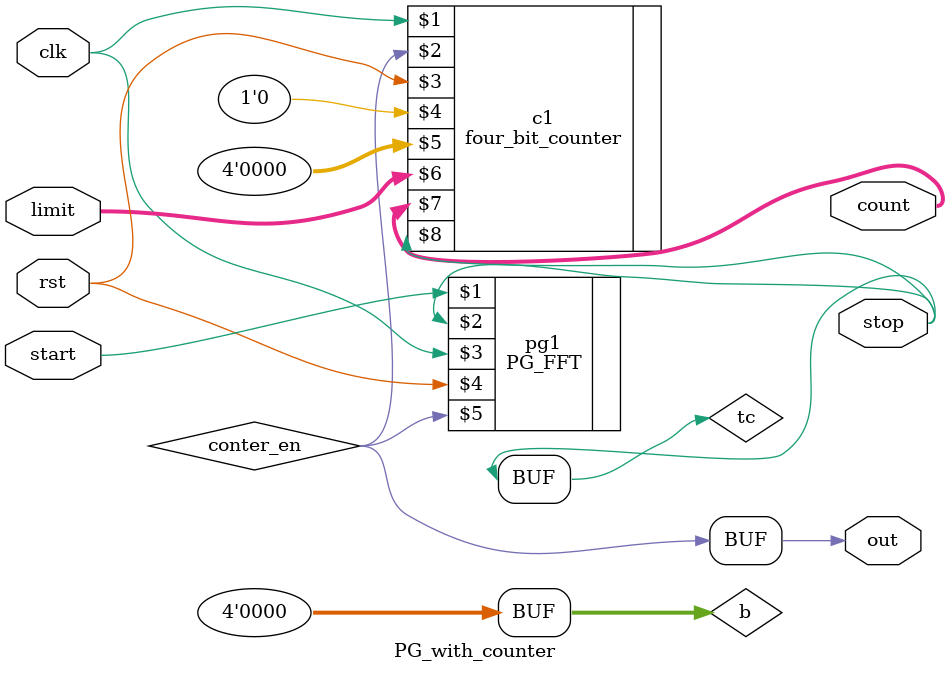
<source format=v>
`timescale 1ns / 1ps
module PG_with_counter(
	input start,clk,rst,
	input [3:0] limit,
	output out,stop,
	output [3:0] count
    );
	 wire tc,conter_en;
	 wire [3:0] b;
	PG_FFT pg1(start,tc,clk,rst,conter_en);
	four_bit_counter c1(clk,conter_en,rst,1'b0,b,limit,count,stop);
	assign b=4'b0000;
	assign tc=stop;
	assign out=conter_en;
endmodule

</source>
